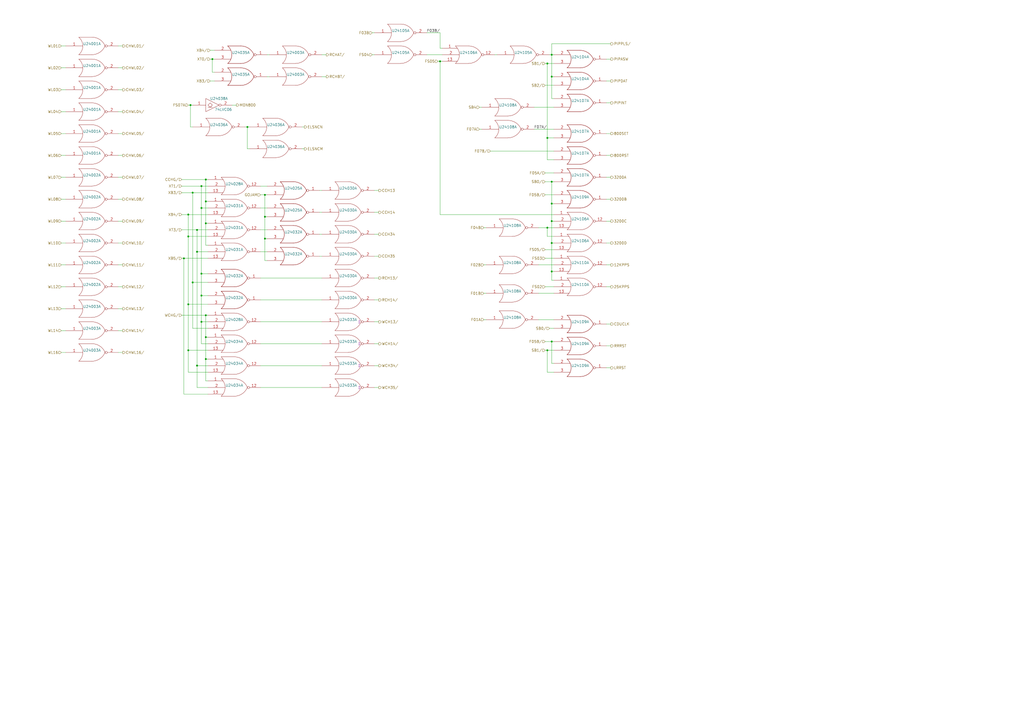
<source format=kicad_sch>
(kicad_sch (version 20211123) (generator eeschema)
  (paper "A2")
  (lib_symbols
    (symbol "agc_kicad_components:74HC02" (pin_names (offset 0.762))
      (property "Reference" "U" (at 0 1.27 0))
      (symbol "74HC02_1_1"
        (arc (start -7.62 -5.08) (mid -5.2708 0) (end -7.62 5.08) (stroke (width 0.2032)))
        (arc (start 0 -5.08) (mid 4.5812 -3.6906) (end 7.62 0) (stroke (width 0.2032)))
        (polyline (pts (xy -7.62 -5.08) (xy 0 -5.08)) (stroke (width 0.2032)))
        (polyline (pts (xy -7.62 5.08) (xy 0 5.08)) (stroke (width 0.2032)))
        (arc (start 7.62 0) (mid 4.5727 3.6819) (end 0 5.08) (stroke (width 0.2032)))
        (pin output inverted (at 15.24 0 180) (length 7.62) (name "~") (number "1"))
        (pin input line (at -15.24 2.54 0) (length 9.398) (name "~") (number "2"))
        (pin input line (at -15.24 -2.54 0) (length 9.398) (name "~") (number "3"))
      )
      (symbol "74HC02_2_1"
        (arc (start -7.62 -5.08) (mid -5.2708 0) (end -7.62 5.08) (stroke (width 0.2032)))
        (arc (start 0 -5.08) (mid 4.5812 -3.6906) (end 7.62 0) (stroke (width 0.2032)))
        (polyline (pts (xy -7.62 -5.08) (xy 0 -5.08)) (stroke (width 0.2032)))
        (polyline (pts (xy -7.62 5.08) (xy 0 5.08)) (stroke (width 0.2032)))
        (arc (start 7.62 0) (mid 4.5727 3.6819) (end 0 5.08) (stroke (width 0.2032)))
        (pin output inverted (at 15.24 0 180) (length 7.62) (name "~") (number "4"))
        (pin input line (at -15.24 2.54 0) (length 9.398) (name "~") (number "5"))
        (pin input line (at -15.24 -2.54 0) (length 9.398) (name "~") (number "6"))
      )
      (symbol "74HC02_3_1"
        (arc (start -7.62 -5.08) (mid -5.2708 0) (end -7.62 5.08) (stroke (width 0.2032)))
        (arc (start 0 -5.08) (mid 4.5812 -3.6906) (end 7.62 0) (stroke (width 0.2032)))
        (polyline (pts (xy -7.62 -5.08) (xy 0 -5.08)) (stroke (width 0.2032)))
        (polyline (pts (xy -7.62 5.08) (xy 0 5.08)) (stroke (width 0.2032)))
        (arc (start 7.62 0) (mid 4.5727 3.6819) (end 0 5.08) (stroke (width 0.2032)))
        (pin output inverted (at 15.24 0 180) (length 7.62) (name "~") (number "10"))
        (pin input line (at -15.24 2.54 0) (length 9.398) (name "~") (number "8"))
        (pin input line (at -15.24 -2.54 0) (length 9.398) (name "~") (number "9"))
      )
      (symbol "74HC02_4_1"
        (arc (start -7.62 -5.08) (mid -5.2708 0) (end -7.62 5.08) (stroke (width 0.2032)))
        (arc (start 0 -5.08) (mid 4.5812 -3.6906) (end 7.62 0) (stroke (width 0.2032)))
        (polyline (pts (xy -7.62 -5.08) (xy 0 -5.08)) (stroke (width 0.2032)))
        (polyline (pts (xy -7.62 5.08) (xy 0 5.08)) (stroke (width 0.2032)))
        (arc (start 7.62 0) (mid 4.5727 3.6819) (end 0 5.08) (stroke (width 0.2032)))
        (pin input line (at -15.24 2.54 0) (length 9.398) (name "~") (number "11"))
        (pin input line (at -15.24 -2.54 0) (length 9.398) (name "~") (number "12"))
        (pin output inverted (at 15.24 0 180) (length 7.62) (name "~") (number "13"))
      )
      (symbol "74HC02_5_0"
        (text "GND" (at 2.54 -3.81 0) (effects (font (size 0.9906 0.9906))))
        (text "VCC" (at 2.54 3.81 0) (effects (font (size 0.9906 0.9906))))
      )
      (symbol "74HC02_5_1"
        (rectangle (start -5.08 2.54) (end 5.08 -2.54))
        (pin power_in line (at 0 6.35 270) (length 3.81) (name "VCC") (number "14"))
        (pin power_in line (at 0 -6.35 90) (length 3.81) (name "GND") (number "7"))
      )
    )
    (symbol "agc_kicad_components:74HC04" (pin_names (offset 0.762))
      (property "Reference" "U" (at 0 1.27 0))
      (symbol "74HC04_1_1"
        (arc (start -7.62 -5.0292) (mid -5.3094 0.0082) (end -7.62 5.0546))
        (arc (start 0 -5.0546) (mid 4.5632 -3.6449) (end 7.5946 0.0508))
        (polyline (pts (xy -7.62 -5.08) (xy 0 -5.08)))
        (polyline (pts (xy -7.62 5.08) (xy 0 5.08)))
        (arc (start 7.62 0) (mid 4.6132 3.6946) (end 0.0508 5.08))
        (pin input line (at -15.24 0 0) (length 9.906) (name "~") (number "1"))
        (pin output inverted (at 15.24 0 180) (length 7.62) (name "~") (number "2"))
      )
      (symbol "74HC04_2_1"
        (arc (start -7.62 -5.0292) (mid -5.3094 0.0082) (end -7.62 5.0546))
        (arc (start 0 -5.0546) (mid 4.5632 -3.6449) (end 7.5946 0.0508))
        (polyline (pts (xy -7.62 -5.08) (xy 0 -5.08)))
        (polyline (pts (xy -7.62 5.08) (xy 0 5.08)))
        (arc (start 7.62 0) (mid 4.6132 3.6946) (end 0.0508 5.08))
        (pin input line (at -15.24 0 0) (length 9.906) (name "~") (number "3"))
        (pin output inverted (at 15.24 0 180) (length 7.62) (name "~") (number "4"))
      )
      (symbol "74HC04_3_1"
        (arc (start -7.62 -5.0292) (mid -5.3094 0.0082) (end -7.62 5.0546))
        (arc (start 0 -5.0546) (mid 4.5632 -3.6449) (end 7.5946 0.0508))
        (polyline (pts (xy -7.62 -5.08) (xy 0 -5.08)))
        (polyline (pts (xy -7.62 5.08) (xy 0 5.08)))
        (arc (start 7.62 0) (mid 4.6132 3.6946) (end 0.0508 5.08))
        (pin input line (at -15.24 0 0) (length 9.906) (name "~") (number "5"))
        (pin output inverted (at 15.24 0 180) (length 7.62) (name "~") (number "6"))
      )
      (symbol "74HC04_4_1"
        (arc (start -7.62 -5.0292) (mid -5.3094 0.0082) (end -7.62 5.0546))
        (arc (start 0 -5.0546) (mid 4.5632 -3.6449) (end 7.5946 0.0508))
        (polyline (pts (xy -7.62 -5.08) (xy 0 -5.08)))
        (polyline (pts (xy -7.62 5.08) (xy 0 5.08)))
        (arc (start 7.62 0) (mid 4.6132 3.6946) (end 0.0508 5.08))
        (pin output inverted (at 15.24 0 180) (length 7.62) (name "~") (number "8"))
        (pin input line (at -15.24 0 0) (length 9.906) (name "~") (number "9"))
      )
      (symbol "74HC04_5_1"
        (arc (start -7.62 -5.0292) (mid -5.3094 0.0082) (end -7.62 5.0546))
        (arc (start 0 -5.0546) (mid 4.5632 -3.6449) (end 7.5946 0.0508))
        (polyline (pts (xy -7.62 -5.08) (xy 0 -5.08)))
        (polyline (pts (xy -7.62 5.08) (xy 0 5.08)))
        (arc (start 7.62 0) (mid 4.6132 3.6946) (end 0.0508 5.08))
        (pin output inverted (at 15.24 0 180) (length 7.62) (name "~") (number "10"))
        (pin input line (at -15.24 0 0) (length 9.906) (name "~") (number "11"))
      )
      (symbol "74HC04_6_1"
        (arc (start -7.62 -5.0292) (mid -5.3094 0.0082) (end -7.62 5.0546))
        (arc (start 0 -5.0546) (mid 4.5632 -3.6449) (end 7.5946 0.0508))
        (polyline (pts (xy -7.62 -5.08) (xy 0 -5.08)))
        (polyline (pts (xy -7.62 5.08) (xy 0 5.08)))
        (arc (start 7.62 0) (mid 4.6132 3.6946) (end 0.0508 5.08))
        (pin output inverted (at 15.24 0 180) (length 7.62) (name "~") (number "12"))
        (pin input line (at -15.24 0 0) (length 9.906) (name "~") (number "13"))
      )
      (symbol "74HC04_7_0"
        (text "GND" (at 2.54 -3.81 0) (effects (font (size 0.9906 0.9906))))
        (text "VCC" (at 2.54 3.81 0) (effects (font (size 0.9906 0.9906))))
      )
      (symbol "74HC04_7_1"
        (rectangle (start -5.08 2.54) (end 5.08 -2.54))
        (pin power_in line (at 0 6.35 270) (length 3.81) (name "VCC") (number "14"))
        (pin power_in line (at 0 -6.35 90) (length 3.81) (name "GND") (number "7"))
      )
    )
    (symbol "agc_kicad_components:74HC27" (pin_names (offset 0.762))
      (property "Reference" "U" (at 0 1.27 0))
      (symbol "74HC27_1_1"
        (arc (start -7.62 -5.0292) (mid -5.3094 0.0082) (end -7.62 5.0546))
        (arc (start 0 -5.0546) (mid 4.5632 -3.6449) (end 7.5946 0.0508))
        (polyline (pts (xy -7.62 -5.08) (xy 0 -5.08)))
        (polyline (pts (xy -7.62 5.08) (xy 0 5.08)))
        (arc (start 7.62 0) (mid 4.6132 3.6946) (end 0.0508 5.08))
        (pin input line (at -15.24 3.81 0) (length 8.763) (name "~") (number "1"))
        (pin output inverted (at 15.24 0 180) (length 7.62) (name "~") (number "12"))
        (pin input line (at -15.24 -3.81 0) (length 8.763) (name "~") (number "13"))
        (pin input line (at -15.24 0 0) (length 9.906) (name "~") (number "2"))
      )
      (symbol "74HC27_2_1"
        (arc (start -7.62 -5.0292) (mid -5.3094 0.0082) (end -7.62 5.0546))
        (arc (start 0 -5.0546) (mid 4.5632 -3.6449) (end 7.5946 0.0508))
        (polyline (pts (xy -7.62 -5.08) (xy 0 -5.08)))
        (polyline (pts (xy -7.62 5.08) (xy 0 5.08)))
        (arc (start 7.62 0) (mid 4.6132 3.6946) (end 0.0508 5.08))
        (pin input line (at -15.24 3.81 0) (length 8.763) (name "~") (number "3"))
        (pin input line (at -15.24 0 0) (length 9.906) (name "~") (number "4"))
        (pin input line (at -15.24 -3.81 0) (length 8.763) (name "~") (number "5"))
        (pin output inverted (at 15.24 0 180) (length 7.62) (name "~") (number "6"))
      )
      (symbol "74HC27_3_1"
        (arc (start -7.62 -5.0292) (mid -5.3094 0.0082) (end -7.62 5.0546))
        (arc (start 0 -5.0546) (mid 4.5632 -3.6449) (end 7.5946 0.0508))
        (polyline (pts (xy -7.62 -5.08) (xy 0 -5.08)))
        (polyline (pts (xy -7.62 5.08) (xy 0 5.08)))
        (arc (start 7.62 0) (mid 4.6132 3.6946) (end 0.0508 5.08))
        (pin input line (at -15.24 0 0) (length 9.906) (name "~") (number "10"))
        (pin input line (at -15.24 -3.81 0) (length 8.763) (name "~") (number "11"))
        (pin output inverted (at 15.24 0 180) (length 7.62) (name "~") (number "8"))
        (pin input line (at -15.24 3.81 0) (length 8.763) (name "~") (number "9"))
      )
      (symbol "74HC27_4_0"
        (text "GND" (at 2.54 -3.81 0) (effects (font (size 0.9906 0.9906))))
        (text "VCC" (at 2.54 3.81 0) (effects (font (size 0.9906 0.9906))))
      )
      (symbol "74HC27_4_1"
        (rectangle (start -5.08 2.54) (end 5.08 -2.54))
        (pin power_in line (at 0 6.35 270) (length 3.81) (name "VCC") (number "14"))
        (pin power_in line (at 0 -6.35 90) (length 3.81) (name "GND") (number "7"))
      )
    )
    (symbol "agc_kicad_components:74LVC06" (pin_names (offset 0.762))
      (property "Reference" "U" (at 0 1.27 0))
      (symbol "74LVC06_1_0"
        (polyline (pts (xy -3.81 3.81) (xy -3.81 -3.81) (xy 3.81 0) (xy -3.81 3.81)))
      )
      (symbol "74LVC06_1_1"
        (polyline (pts (xy -2.54 -1.27) (xy 0 -1.27)))
        (polyline (pts (xy -1.27 1.27) (xy -2.54 0) (xy -1.27 -1.27) (xy 0 0) (xy -1.27 1.27)))
        (pin input line (at -11.43 0 0) (length 7.62) (name "~") (number "1"))
        (pin open_collector inverted (at 11.43 0 180) (length 7.62) (name "~") (number "2"))
      )
      (symbol "74LVC06_2_0"
        (polyline (pts (xy -3.81 3.81) (xy -3.81 -3.81) (xy 3.81 0) (xy -3.81 3.81)))
      )
      (symbol "74LVC06_2_1"
        (polyline (pts (xy -2.54 -1.27) (xy 0 -1.27)))
        (polyline (pts (xy -1.27 1.27) (xy -2.54 0) (xy -1.27 -1.27) (xy 0 0) (xy -1.27 1.27)))
        (pin input line (at -11.43 0 0) (length 7.62) (name "~") (number "3"))
        (pin open_collector inverted (at 11.43 0 180) (length 7.62) (name "~") (number "4"))
      )
      (symbol "74LVC06_3_0"
        (polyline (pts (xy -3.81 3.81) (xy -3.81 -3.81) (xy 3.81 0) (xy -3.81 3.81)))
      )
      (symbol "74LVC06_3_1"
        (polyline (pts (xy -2.54 -1.27) (xy 0 -1.27)))
        (polyline (pts (xy -1.27 1.27) (xy -2.54 0) (xy -1.27 -1.27) (xy 0 0) (xy -1.27 1.27)))
        (pin input line (at -11.43 0 0) (length 7.62) (name "~") (number "5"))
        (pin open_collector inverted (at 11.43 0 180) (length 7.62) (name "~") (number "6"))
      )
      (symbol "74LVC06_4_0"
        (polyline (pts (xy -3.81 3.81) (xy -3.81 -3.81) (xy 3.81 0) (xy -3.81 3.81)))
      )
      (symbol "74LVC06_4_1"
        (polyline (pts (xy -2.54 -1.27) (xy 0 -1.27)))
        (polyline (pts (xy -1.27 1.27) (xy -2.54 0) (xy -1.27 -1.27) (xy 0 0) (xy -1.27 1.27)))
        (pin open_collector inverted (at 11.43 0 180) (length 7.62) (name "~") (number "8"))
        (pin input line (at -11.43 0 0) (length 7.62) (name "~") (number "9"))
      )
      (symbol "74LVC06_5_0"
        (polyline (pts (xy -3.81 3.81) (xy -3.81 -3.81) (xy 3.81 0) (xy -3.81 3.81)))
      )
      (symbol "74LVC06_5_1"
        (polyline (pts (xy -2.54 -1.27) (xy 0 -1.27)))
        (polyline (pts (xy -1.27 1.27) (xy -2.54 0) (xy -1.27 -1.27) (xy 0 0) (xy -1.27 1.27)))
        (pin open_collector inverted (at 11.43 0 180) (length 7.62) (name "~") (number "10"))
        (pin input line (at -11.43 0 0) (length 7.62) (name "~") (number "11"))
      )
      (symbol "74LVC06_6_0"
        (polyline (pts (xy -3.81 3.81) (xy -3.81 -3.81) (xy 3.81 0) (xy -3.81 3.81)))
      )
      (symbol "74LVC06_6_1"
        (polyline (pts (xy -2.54 -1.27) (xy 0 -1.27)))
        (polyline (pts (xy -1.27 1.27) (xy -2.54 0) (xy -1.27 -1.27) (xy 0 0) (xy -1.27 1.27)))
        (pin open_collector inverted (at 11.43 0 180) (length 7.62) (name "~") (number "12"))
        (pin input line (at -11.43 0 0) (length 7.62) (name "~") (number "13"))
      )
      (symbol "74LVC06_7_0"
        (rectangle (start -5.08 2.54) (end 5.08 -2.54))
        (text "GND" (at 2.54 -3.81 0) (effects (font (size 0.9906 0.9906))))
        (text "VCC" (at 2.54 3.81 0) (effects (font (size 0.9906 0.9906))))
      )
      (symbol "74LVC06_7_1"
        (pin power_in line (at 0 6.35 270) (length 3.81) (name "VCC") (number "14"))
        (pin power_in line (at 0 -6.35 90) (length 3.81) (name "GND") (number "7"))
      )
    )
  )
  (junction (at 119.38 208.28))
  (junction (at 106.68 149.86))
  (junction (at 116.84 171.45))
  (junction (at 119.38 182.88))
  (junction (at 116.84 186.69))
  (junction (at 119.38 116.84))
  (junction (at 111.76 111.76))
  (junction (at 116.84 120.65))
  (junction (at 119.38 195.58))
  (junction (at 111.76 163.83))
  (junction (at 116.84 158.75))
  (junction (at 317.5 203.2))
  (junction (at 109.22 124.46))
  (junction (at 114.3 133.35))
  (junction (at 317.5 80.01))
  (junction (at 320.04 105.41))
  (junction (at 114.3 146.05))
  (junction (at 109.22 203.2))
  (junction (at 320.04 128.27))
  (junction (at 320.04 44.45))
  (junction (at 153.67 125.73))
  (junction (at 317.5 132.08))
  (junction (at 114.3 212.09))
  (junction (at 116.84 107.95))
  (junction (at 255.27 35.56))
  (junction (at 320.04 118.11))
  (junction (at 153.67 138.43))
  (junction (at 109.22 137.16))
  (junction (at 320.04 198.12))
  (junction (at 110.49 60.96))
  (junction (at 320.04 157.48))
  (junction (at 109.22 176.53))
  (junction (at 119.38 129.54))
  (junction (at 320.04 140.97))
  (junction (at 119.38 104.14))
  (junction (at 143.51 73.66))
  (junction (at 320.04 31.75))
  (junction (at 317.5 36.83))
  (junction (at 153.67 113.03))
  (junction (at 123.19 34.29))
  (wire (pts (xy 255.27 35.56) (xy 255.27 124.46)))
  (wire (pts (xy 35.56 90.17) (xy 38.1 90.17)))
  (wire (pts (xy 279.4 74.93) (xy 278.13 74.93)))
  (wire (pts (xy 35.56 179.07) (xy 38.1 179.07)))
  (wire (pts (xy 316.23 105.41) (xy 320.04 105.41)))
  (wire (pts (xy 124.46 46.99) (xy 121.92 46.99)))
  (wire (pts (xy 143.51 86.36) (xy 144.78 86.36)))
  (wire (pts (xy 71.12 128.27) (xy 68.58 128.27)))
  (wire (pts (xy 320.04 25.4) (xy 320.04 31.75)))
  (wire (pts (xy 186.69 199.39) (xy 151.13 199.39)))
  (wire (pts (xy 320.04 210.82) (xy 321.31 210.82)))
  (wire (pts (xy 109.22 176.53) (xy 120.65 176.53)))
  (wire (pts (xy 320.04 44.45) (xy 321.31 44.45)))
  (wire (pts (xy 217.17 224.79) (xy 219.71 224.79)))
  (wire (pts (xy 320.04 128.27) (xy 321.31 128.27)))
  (wire (pts (xy 71.12 102.87) (xy 68.58 102.87)))
  (wire (pts (xy 154.94 31.75) (xy 156.21 31.75)))
  (wire (pts (xy 116.84 158.75) (xy 116.84 171.45)))
  (wire (pts (xy 35.56 204.47) (xy 38.1 204.47)))
  (wire (pts (xy 317.5 203.2) (xy 321.31 203.2)))
  (wire (pts (xy 119.38 129.54) (xy 119.38 142.24)))
  (wire (pts (xy 321.31 137.16) (xy 317.5 137.16)))
  (wire (pts (xy 142.24 73.66) (xy 143.51 73.66)))
  (wire (pts (xy 217.17 186.69) (xy 219.71 186.69)))
  (wire (pts (xy 186.69 135.89) (xy 185.42 135.89)))
  (wire (pts (xy 111.76 111.76) (xy 111.76 163.83)))
  (wire (pts (xy 151.13 146.05) (xy 154.94 146.05)))
  (wire (pts (xy 114.3 224.79) (xy 120.65 224.79)))
  (wire (pts (xy 320.04 198.12) (xy 321.31 198.12)))
  (wire (pts (xy 114.3 133.35) (xy 120.65 133.35)))
  (wire (pts (xy 176.53 73.66) (xy 175.26 73.66)))
  (wire (pts (xy 254 35.56) (xy 255.27 35.56)))
  (wire (pts (xy 281.94 170.18) (xy 280.67 170.18)))
  (wire (pts (xy 119.38 129.54) (xy 120.65 129.54)))
  (wire (pts (xy 351.79 140.97) (xy 354.33 140.97)))
  (wire (pts (xy 109.22 60.96) (xy 110.49 60.96)))
  (wire (pts (xy 255.27 27.94) (xy 256.54 27.94)))
  (wire (pts (xy 317.5 36.83) (xy 321.31 36.83)))
  (wire (pts (xy 109.22 203.2) (xy 120.65 203.2)))
  (wire (pts (xy 71.12 26.67) (xy 68.58 26.67)))
  (wire (pts (xy 71.12 39.37) (xy 68.58 39.37)))
  (wire (pts (xy 317.5 132.08) (xy 321.31 132.08)))
  (wire (pts (xy 110.49 60.96) (xy 110.49 73.66)))
  (wire (pts (xy 35.56 64.77) (xy 38.1 64.77)))
  (wire (pts (xy 119.38 182.88) (xy 120.65 182.88)))
  (wire (pts (xy 189.23 44.45) (xy 186.69 44.45)))
  (wire (pts (xy 154.94 44.45) (xy 156.21 44.45)))
  (wire (pts (xy 116.84 186.69) (xy 120.65 186.69)))
  (wire (pts (xy 312.42 185.42) (xy 321.31 185.42)))
  (wire (pts (xy 154.94 125.73) (xy 153.67 125.73)))
  (wire (pts (xy 111.76 163.83) (xy 111.76 190.5)))
  (wire (pts (xy 106.68 149.86) (xy 120.65 149.86)))
  (wire (pts (xy 255.27 35.56) (xy 256.54 35.56)))
  (wire (pts (xy 71.12 90.17) (xy 68.58 90.17)))
  (wire (pts (xy 106.68 149.86) (xy 106.68 228.6)))
  (wire (pts (xy 317.5 80.01) (xy 321.31 80.01)))
  (wire (pts (xy 114.3 146.05) (xy 114.3 212.09)))
  (wire (pts (xy 119.38 104.14) (xy 120.65 104.14)))
  (wire (pts (xy 116.84 158.75) (xy 120.65 158.75)))
  (wire (pts (xy 105.41 104.14) (xy 119.38 104.14)))
  (wire (pts (xy 320.04 25.4) (xy 354.33 25.4)))
  (wire (pts (xy 105.41 107.95) (xy 116.84 107.95)))
  (wire (pts (xy 153.67 151.13) (xy 154.94 151.13)))
  (wire (pts (xy 186.69 173.99) (xy 151.13 173.99)))
  (wire (pts (xy 320.04 162.56) (xy 321.31 162.56)))
  (wire (pts (xy 137.16 60.96) (xy 134.62 60.96)))
  (wire (pts (xy 35.56 26.67) (xy 38.1 26.67)))
  (wire (pts (xy 320.04 128.27) (xy 320.04 140.97)))
  (wire (pts (xy 109.22 124.46) (xy 109.22 137.16)))
  (wire (pts (xy 317.5 36.83) (xy 317.5 80.01)))
  (wire (pts (xy 109.22 137.16) (xy 120.65 137.16)))
  (wire (pts (xy 281.94 153.67) (xy 280.67 153.67)))
  (wire (pts (xy 114.3 133.35) (xy 114.3 146.05)))
  (wire (pts (xy 320.04 140.97) (xy 320.04 157.48)))
  (wire (pts (xy 151.13 133.35) (xy 154.94 133.35)))
  (wire (pts (xy 111.76 190.5) (xy 120.65 190.5)))
  (wire (pts (xy 321.31 149.86) (xy 316.23 149.86)))
  (wire (pts (xy 111.76 111.76) (xy 120.65 111.76)))
  (wire (pts (xy 317.5 203.2) (xy 317.5 215.9)))
  (wire (pts (xy 219.71 148.59) (xy 217.17 148.59)))
  (wire (pts (xy 217.17 212.09) (xy 219.71 212.09)))
  (wire (pts (xy 71.12 204.47) (xy 68.58 204.47)))
  (wire (pts (xy 186.69 186.69) (xy 151.13 186.69)))
  (wire (pts (xy 321.31 100.33) (xy 316.23 100.33)))
  (wire (pts (xy 186.69 148.59) (xy 185.42 148.59)))
  (wire (pts (xy 351.79 77.47) (xy 354.33 77.47)))
  (wire (pts (xy 186.69 161.29) (xy 151.13 161.29)))
  (wire (pts (xy 105.41 124.46) (xy 109.22 124.46)))
  (wire (pts (xy 320.04 118.11) (xy 321.31 118.11)))
  (wire (pts (xy 109.22 215.9) (xy 120.65 215.9)))
  (wire (pts (xy 279.4 62.23) (xy 278.13 62.23)))
  (wire (pts (xy 119.38 182.88) (xy 119.38 195.58)))
  (wire (pts (xy 114.3 146.05) (xy 120.65 146.05)))
  (wire (pts (xy 153.67 138.43) (xy 154.94 138.43)))
  (wire (pts (xy 114.3 212.09) (xy 120.65 212.09)))
  (wire (pts (xy 219.71 135.89) (xy 217.17 135.89)))
  (wire (pts (xy 153.67 125.73) (xy 153.67 138.43)))
  (wire (pts (xy 215.9 19.05) (xy 217.17 19.05)))
  (wire (pts (xy 119.38 116.84) (xy 119.38 129.54)))
  (wire (pts (xy 35.56 39.37) (xy 38.1 39.37)))
  (wire (pts (xy 71.12 115.57) (xy 68.58 115.57)))
  (wire (pts (xy 281.94 132.08) (xy 280.67 132.08)))
  (wire (pts (xy 114.3 212.09) (xy 114.3 224.79)))
  (wire (pts (xy 351.79 34.29) (xy 354.33 34.29)))
  (wire (pts (xy 317.5 92.71) (xy 321.31 92.71)))
  (wire (pts (xy 124.46 29.21) (xy 121.92 29.21)))
  (wire (pts (xy 316.23 203.2) (xy 317.5 203.2)))
  (wire (pts (xy 123.19 41.91) (xy 124.46 41.91)))
  (wire (pts (xy 105.41 111.76) (xy 111.76 111.76)))
  (wire (pts (xy 119.38 104.14) (xy 119.38 116.84)))
  (wire (pts (xy 110.49 73.66) (xy 111.76 73.66)))
  (wire (pts (xy 35.56 166.37) (xy 38.1 166.37)))
  (wire (pts (xy 35.56 140.97) (xy 38.1 140.97)))
  (wire (pts (xy 351.79 187.96) (xy 354.33 187.96)))
  (wire (pts (xy 116.84 120.65) (xy 120.65 120.65)))
  (wire (pts (xy 351.79 90.17) (xy 354.33 90.17)))
  (wire (pts (xy 71.12 166.37) (xy 68.58 166.37)))
  (wire (pts (xy 186.69 123.19) (xy 185.42 123.19)))
  (wire (pts (xy 351.79 46.99) (xy 354.33 46.99)))
  (wire (pts (xy 116.84 107.95) (xy 116.84 120.65)))
  (wire (pts (xy 35.56 77.47) (xy 38.1 77.47)))
  (wire (pts (xy 71.12 52.07) (xy 68.58 52.07)))
  (wire (pts (xy 316.23 198.12) (xy 320.04 198.12)))
  (wire (pts (xy 316.23 36.83) (xy 317.5 36.83)))
  (wire (pts (xy 320.04 44.45) (xy 320.04 57.15)))
  (wire (pts (xy 351.79 153.67) (xy 354.33 153.67)))
  (wire (pts (xy 123.19 34.29) (xy 123.19 41.91)))
  (wire (pts (xy 71.12 179.07) (xy 68.58 179.07)))
  (wire (pts (xy 119.38 195.58) (xy 119.38 208.28)))
  (wire (pts (xy 320.04 118.11) (xy 320.04 128.27)))
  (wire (pts (xy 143.51 86.36) (xy 143.51 73.66)))
  (wire (pts (xy 247.65 31.75) (xy 256.54 31.75)))
  (wire (pts (xy 321.31 49.53) (xy 316.23 49.53)))
  (wire (pts (xy 320.04 31.75) (xy 321.31 31.75)))
  (wire (pts (xy 351.79 59.69) (xy 354.33 59.69)))
  (wire (pts (xy 176.53 86.36) (xy 175.26 86.36)))
  (wire (pts (xy 309.88 62.23) (xy 321.31 62.23)))
  (wire (pts (xy 186.69 110.49) (xy 185.42 110.49)))
  (wire (pts (xy 186.69 212.09) (xy 151.13 212.09)))
  (wire (pts (xy 109.22 137.16) (xy 109.22 176.53)))
  (wire (pts (xy 320.04 157.48) (xy 321.31 157.48)))
  (wire (pts (xy 317.5 80.01) (xy 317.5 92.71)))
  (wire (pts (xy 105.41 133.35) (xy 114.3 133.35)))
  (wire (pts (xy 71.12 140.97) (xy 68.58 140.97)))
  (wire (pts (xy 71.12 191.77) (xy 68.58 191.77)))
  (wire (pts (xy 312.42 153.67) (xy 321.31 153.67)))
  (wire (pts (xy 320.04 140.97) (xy 321.31 140.97)))
  (wire (pts (xy 321.31 166.37) (xy 316.23 166.37)))
  (wire (pts (xy 255.27 19.05) (xy 255.27 27.94)))
  (wire (pts (xy 109.22 176.53) (xy 109.22 203.2)))
  (wire (pts (xy 309.88 74.93) (xy 321.31 74.93)))
  (wire (pts (xy 219.71 110.49) (xy 217.17 110.49)))
  (wire (pts (xy 105.41 149.86) (xy 106.68 149.86)))
  (wire (pts (xy 109.22 203.2) (xy 109.22 215.9)))
  (wire (pts (xy 321.31 113.03) (xy 316.23 113.03)))
  (wire (pts (xy 121.92 34.29) (xy 123.19 34.29)))
  (wire (pts (xy 151.13 120.65) (xy 154.94 120.65)))
  (wire (pts (xy 35.56 102.87) (xy 38.1 102.87)))
  (wire (pts (xy 119.38 208.28) (xy 120.65 208.28)))
  (wire (pts (xy 351.79 102.87) (xy 354.33 102.87)))
  (wire (pts (xy 351.79 115.57) (xy 354.33 115.57)))
  (wire (pts (xy 217.17 161.29) (xy 219.71 161.29)))
  (wire (pts (xy 321.31 144.78) (xy 316.23 144.78)))
  (wire (pts (xy 320.04 31.75) (xy 320.04 44.45)))
  (wire (pts (xy 320.04 105.41) (xy 320.04 118.11)))
  (wire (pts (xy 312.42 170.18) (xy 321.31 170.18)))
  (wire (pts (xy 217.17 199.39) (xy 219.71 199.39)))
  (wire (pts (xy 217.17 173.99) (xy 219.71 173.99)))
  (wire (pts (xy 287.02 31.75) (xy 288.29 31.75)))
  (wire (pts (xy 318.77 31.75) (xy 320.04 31.75)))
  (wire (pts (xy 116.84 171.45) (xy 116.84 186.69)))
  (wire (pts (xy 116.84 186.69) (xy 116.84 199.39)))
  (wire (pts (xy 215.9 31.75) (xy 217.17 31.75)))
  (wire (pts (xy 35.56 191.77) (xy 38.1 191.77)))
  (wire (pts (xy 351.79 166.37) (xy 354.33 166.37)))
  (wire (pts (xy 153.67 138.43) (xy 153.67 151.13)))
  (wire (pts (xy 153.67 113.03) (xy 153.67 125.73)))
  (wire (pts (xy 119.38 116.84) (xy 120.65 116.84)))
  (wire (pts (xy 219.71 123.19) (xy 217.17 123.19)))
  (wire (pts (xy 321.31 190.5) (xy 318.77 190.5)))
  (wire (pts (xy 123.19 34.29) (xy 124.46 34.29)))
  (wire (pts (xy 71.12 77.47) (xy 68.58 77.47)))
  (wire (pts (xy 351.79 128.27) (xy 354.33 128.27)))
  (wire (pts (xy 119.38 195.58) (xy 120.65 195.58)))
  (wire (pts (xy 35.56 52.07) (xy 38.1 52.07)))
  (wire (pts (xy 153.67 113.03) (xy 154.94 113.03)))
  (wire (pts (xy 151.13 113.03) (xy 153.67 113.03)))
  (wire (pts (xy 71.12 64.77) (xy 68.58 64.77)))
  (wire (pts (xy 351.79 200.66) (xy 354.33 200.66)))
  (wire (pts (xy 116.84 120.65) (xy 116.84 158.75)))
  (wire (pts (xy 186.69 224.79) (xy 151.13 224.79)))
  (wire (pts (xy 320.04 57.15) (xy 321.31 57.15)))
  (wire (pts (xy 119.38 208.28) (xy 119.38 220.98)))
  (wire (pts (xy 143.51 73.66) (xy 144.78 73.66)))
  (wire (pts (xy 320.04 198.12) (xy 320.04 210.82)))
  (wire (pts (xy 116.84 107.95) (xy 120.65 107.95)))
  (wire (pts (xy 106.68 228.6) (xy 120.65 228.6)))
  (wire (pts (xy 321.31 87.63) (xy 284.48 87.63)))
  (wire (pts (xy 151.13 107.95) (xy 154.94 107.95)))
  (wire (pts (xy 351.79 213.36) (xy 354.33 213.36)))
  (wire (pts (xy 119.38 142.24) (xy 120.65 142.24)))
  (wire (pts (xy 317.5 137.16) (xy 317.5 132.08)))
  (wire (pts (xy 116.84 199.39) (xy 120.65 199.39)))
  (wire (pts (xy 189.23 31.75) (xy 186.69 31.75)))
  (wire (pts (xy 71.12 153.67) (xy 68.58 153.67)))
  (wire (pts (xy 247.65 19.05) (xy 255.27 19.05)))
  (wire (pts (xy 105.41 182.88) (xy 119.38 182.88)))
  (wire (pts (xy 119.38 220.98) (xy 120.65 220.98)))
  (wire (pts (xy 109.22 124.46) (xy 120.65 124.46)))
  (wire (pts (xy 255.27 124.46) (xy 321.31 124.46)))
  (wire (pts (xy 317.5 215.9) (xy 321.31 215.9)))
  (wire (pts (xy 35.56 115.57) (xy 38.1 115.57)))
  (wire (pts (xy 320.04 105.41) (xy 321.31 105.41)))
  (wire (pts (xy 110.49 60.96) (xy 111.76 60.96)))
  (wire (pts (xy 281.94 185.42) (xy 280.67 185.42)))
  (wire (pts (xy 116.84 171.45) (xy 120.65 171.45)))
  (wire (pts (xy 35.56 153.67) (xy 38.1 153.67)))
  (wire (pts (xy 320.04 157.48) (xy 320.04 162.56)))
  (wire (pts (xy 35.56 128.27) (xy 38.1 128.27)))
  (wire (pts (xy 111.76 163.83) (xy 120.65 163.83)))
  (wire (pts (xy 312.42 132.08) (xy 317.5 132.08)))
  (label "F03B/" (at 247.65 19.05 0) (effects (font (size 1.524 1.524))))
  (label "F07A/" (at 309.88 74.93 0) (effects (font (size 1.524 1.524))))
  (hierarchical_label "WL13" (shape input) (at 35.56 179.07 180) (effects (font (size 1.524 1.524))))
  (hierarchical_label "12KPPS" (shape output) (at 354.33 153.67 0) (effects (font (size 1.524 1.524))))
  (hierarchical_label "CCH14" (shape output) (at 219.71 123.19 0) (effects (font (size 1.524 1.524))))
  (hierarchical_label "CHWL12/" (shape output) (at 71.12 166.37 0) (effects (font (size 1.524 1.524))))
  (hierarchical_label "WCHG/" (shape input) (at 105.41 182.88 180) (effects (font (size 1.524 1.524))))
  (hierarchical_label "CHWL03/" (shape output) (at 71.12 52.07 0) (effects (font (size 1.524 1.524))))
  (hierarchical_label "WL07" (shape input) (at 35.56 102.87 180) (effects (font (size 1.524 1.524))))
  (hierarchical_label "CDUCLK" (shape output) (at 354.33 187.96 0) (effects (font (size 1.524 1.524))))
  (hierarchical_label "CHWL09/" (shape output) (at 71.12 128.27 0) (effects (font (size 1.524 1.524))))
  (hierarchical_label "F05B/" (shape input) (at 316.23 198.12 180) (effects (font (size 1.524 1.524))))
  (hierarchical_label "WL04" (shape input) (at 35.56 64.77 180) (effects (font (size 1.524 1.524))))
  (hierarchical_label "F07B/" (shape input) (at 284.48 87.63 180) (effects (font (size 1.524 1.524))))
  (hierarchical_label "800RST" (shape output) (at 354.33 90.17 0) (effects (font (size 1.524 1.524))))
  (hierarchical_label "WL12" (shape input) (at 35.56 166.37 180) (effects (font (size 1.524 1.524))))
  (hierarchical_label "CHWL13/" (shape output) (at 71.12 179.07 0) (effects (font (size 1.524 1.524))))
  (hierarchical_label "25KPPS" (shape output) (at 354.33 166.37 0) (effects (font (size 1.524 1.524))))
  (hierarchical_label "CHWL11/" (shape output) (at 71.12 153.67 0) (effects (font (size 1.524 1.524))))
  (hierarchical_label "FS05" (shape input) (at 254 35.56 180) (effects (font (size 1.524 1.524))))
  (hierarchical_label "ELSNCN" (shape output) (at 176.53 73.66 0) (effects (font (size 1.524 1.524))))
  (hierarchical_label "CHWL04/" (shape output) (at 71.12 64.77 0) (effects (font (size 1.524 1.524))))
  (hierarchical_label "CCH13" (shape output) (at 219.71 110.49 0) (effects (font (size 1.524 1.524))))
  (hierarchical_label "XB3/" (shape input) (at 121.92 46.99 180) (effects (font (size 1.524 1.524))))
  (hierarchical_label "F01A" (shape input) (at 280.67 185.42 180) (effects (font (size 1.524 1.524))))
  (hierarchical_label "WL06" (shape input) (at 35.56 90.17 180) (effects (font (size 1.524 1.524))))
  (hierarchical_label "CHWL01/" (shape output) (at 71.12 26.67 0) (effects (font (size 1.524 1.524))))
  (hierarchical_label "SB1/" (shape input) (at 316.23 203.2 180) (effects (font (size 1.524 1.524))))
  (hierarchical_label "WL09" (shape input) (at 35.56 128.27 180) (effects (font (size 1.524 1.524))))
  (hierarchical_label "FS03" (shape input) (at 316.23 149.86 180) (effects (font (size 1.524 1.524))))
  (hierarchical_label "SB0/" (shape input) (at 318.77 190.5 180) (effects (font (size 1.524 1.524))))
  (hierarchical_label "SB2/" (shape input) (at 316.23 49.53 180) (effects (font (size 1.524 1.524))))
  (hierarchical_label "3200A" (shape output) (at 354.33 102.87 0) (effects (font (size 1.524 1.524))))
  (hierarchical_label "SB1/" (shape input) (at 316.23 36.83 180) (effects (font (size 1.524 1.524))))
  (hierarchical_label "CHWL14/" (shape output) (at 71.12 191.77 0) (effects (font (size 1.524 1.524))))
  (hierarchical_label "XT1/" (shape input) (at 105.41 107.95 180) (effects (font (size 1.524 1.524))))
  (hierarchical_label "XT3/" (shape input) (at 105.41 133.35 180) (effects (font (size 1.524 1.524))))
  (hierarchical_label "ELSNCM" (shape output) (at 176.53 86.36 0) (effects (font (size 1.524 1.524))))
  (hierarchical_label "F05B/" (shape input) (at 316.23 113.03 180) (effects (font (size 1.524 1.524))))
  (hierarchical_label "F01B" (shape input) (at 280.67 170.18 180) (effects (font (size 1.524 1.524))))
  (hierarchical_label "RCH13/" (shape output) (at 219.71 161.29 0) (effects (font (size 1.524 1.524))))
  (hierarchical_label "XB4/" (shape input) (at 121.92 29.21 180) (effects (font (size 1.524 1.524))))
  (hierarchical_label "WL10" (shape input) (at 35.56 140.97 180) (effects (font (size 1.524 1.524))))
  (hierarchical_label "WL03" (shape input) (at 35.56 52.07 180) (effects (font (size 1.524 1.524))))
  (hierarchical_label "RCHAT/" (shape output) (at 189.23 31.75 0) (effects (font (size 1.524 1.524))))
  (hierarchical_label "SB0/" (shape input) (at 316.23 105.41 180) (effects (font (size 1.524 1.524))))
  (hierarchical_label "800SET" (shape output) (at 354.33 77.47 0) (effects (font (size 1.524 1.524))))
  (hierarchical_label "CHWL10/" (shape output) (at 71.12 140.97 0) (effects (font (size 1.524 1.524))))
  (hierarchical_label "WL14" (shape input) (at 35.56 191.77 180) (effects (font (size 1.524 1.524))))
  (hierarchical_label "CHWL02/" (shape output) (at 71.12 39.37 0) (effects (font (size 1.524 1.524))))
  (hierarchical_label "3200D" (shape output) (at 354.33 140.97 0) (effects (font (size 1.524 1.524))))
  (hierarchical_label "XB5/" (shape input) (at 105.41 149.86 180) (effects (font (size 1.524 1.524))))
  (hierarchical_label "PIPDAT" (shape output) (at 354.33 46.99 0) (effects (font (size 1.524 1.524))))
  (hierarchical_label "PIPPLS/" (shape output) (at 354.33 25.4 0) (effects (font (size 1.524 1.524))))
  (hierarchical_label "WCH13/" (shape output) (at 219.71 186.69 0) (effects (font (size 1.524 1.524))))
  (hierarchical_label "CHWL06/" (shape output) (at 71.12 90.17 0) (effects (font (size 1.524 1.524))))
  (hierarchical_label "CCH34" (shape output) (at 219.71 135.89 0) (effects (font (size 1.524 1.524))))
  (hierarchical_label "FS05/" (shape input) (at 316.23 144.78 180) (effects (font (size 1.524 1.524))))
  (hierarchical_label "LRRST" (shape output) (at 354.33 213.36 0) (effects (font (size 1.524 1.524))))
  (hierarchical_label "FS07A" (shape input) (at 109.22 60.96 180) (effects (font (size 1.524 1.524))))
  (hierarchical_label "WL05" (shape input) (at 35.56 77.47 180) (effects (font (size 1.524 1.524))))
  (hierarchical_label "CHWL05/" (shape output) (at 71.12 77.47 0) (effects (font (size 1.524 1.524))))
  (hierarchical_label "FS04" (shape input) (at 215.9 31.75 180) (effects (font (size 1.524 1.524))))
  (hierarchical_label "CCH35" (shape output) (at 219.71 148.59 0) (effects (font (size 1.524 1.524))))
  (hierarchical_label "CHWL16/" (shape output) (at 71.12 204.47 0) (effects (font (size 1.524 1.524))))
  (hierarchical_label "XT0/" (shape input) (at 121.92 34.29 180) (effects (font (size 1.524 1.524))))
  (hierarchical_label "F04B" (shape input) (at 280.67 132.08 180) (effects (font (size 1.524 1.524))))
  (hierarchical_label "WL02" (shape input) (at 35.56 39.37 180) (effects (font (size 1.524 1.524))))
  (hierarchical_label "CCHG/" (shape input) (at 105.41 104.14 180) (effects (font (size 1.524 1.524))))
  (hierarchical_label "WL11" (shape input) (at 35.56 153.67 180) (effects (font (size 1.524 1.524))))
  (hierarchical_label "3200B" (shape output) (at 354.33 115.57 0) (effects (font (size 1.524 1.524))))
  (hierarchical_label "WL16" (shape input) (at 35.56 204.47 180) (effects (font (size 1.524 1.524))))
  (hierarchical_label "MON800" (shape output) (at 137.16 60.96 0) (effects (font (size 1.524 1.524))))
  (hierarchical_label "CHWL07/" (shape output) (at 71.12 102.87 0) (effects (font (size 1.524 1.524))))
  (hierarchical_label "RCHBT/" (shape output) (at 189.23 44.45 0) (effects (font (size 1.524 1.524))))
  (hierarchical_label "GOJAM" (shape input) (at 151.13 113.03 180) (effects (font (size 1.524 1.524))))
  (hierarchical_label "PIPINT" (shape output) (at 354.33 59.69 0) (effects (font (size 1.524 1.524))))
  (hierarchical_label "WL08" (shape input) (at 35.56 115.57 180) (effects (font (size 1.524 1.524))))
  (hierarchical_label "F02B" (shape input) (at 280.67 153.67 180) (effects (font (size 1.524 1.524))))
  (hierarchical_label "PIPASW" (shape output) (at 354.33 34.29 0) (effects (font (size 1.524 1.524))))
  (hierarchical_label "CHWL08/" (shape output) (at 71.12 115.57 0) (effects (font (size 1.524 1.524))))
  (hierarchical_label "FS02" (shape input) (at 316.23 166.37 180) (effects (font (size 1.524 1.524))))
  (hierarchical_label "WCH35/" (shape output) (at 219.71 224.79 0) (effects (font (size 1.524 1.524))))
  (hierarchical_label "XB4/" (shape input) (at 105.41 124.46 180) (effects (font (size 1.524 1.524))))
  (hierarchical_label "WCH34/" (shape output) (at 219.71 212.09 0) (effects (font (size 1.524 1.524))))
  (hierarchical_label "RRRST" (shape output) (at 354.33 200.66 0) (effects (font (size 1.524 1.524))))
  (hierarchical_label "F03B" (shape input) (at 215.9 19.05 180) (effects (font (size 1.524 1.524))))
  (hierarchical_label "WL01" (shape input) (at 35.56 26.67 180) (effects (font (size 1.524 1.524))))
  (hierarchical_label "SB4" (shape input) (at 278.13 62.23 180) (effects (font (size 1.524 1.524))))
  (hierarchical_label "F05A/" (shape input) (at 316.23 100.33 180) (effects (font (size 1.524 1.524))))
  (hierarchical_label "F07A" (shape input) (at 278.13 74.93 180) (effects (font (size 1.524 1.524))))
  (hierarchical_label "WCH14/" (shape output) (at 219.71 199.39 0) (effects (font (size 1.524 1.524))))
  (hierarchical_label "XB3/" (shape input) (at 105.41 111.76 180) (effects (font (size 1.524 1.524))))
  (hierarchical_label "RCH14/" (shape output) (at 219.71 173.99 0) (effects (font (size 1.524 1.524))))
  (hierarchical_label "3200C" (shape output) (at 354.33 128.27 0) (effects (font (size 1.524 1.524))))
  (symbol (lib_id "agc_kicad_components:74HC04") (at 53.34 26.67 0)
    (property "Reference" "U24001" (at 53.34 25.4 0) (effects (font (size 1.524 1.524))))
    (property "Value" "74HC04" (effects hide))
  )
  (symbol (lib_id "agc_kicad_components:74HC04") (at 53.34 39.37 0)
    (property "Reference" "U24001" (at 53.34 38.1 0) (effects (font (size 1.524 1.524))))
    (property "Value" "74HC04" (effects hide))
  )
  (symbol (lib_id "agc_kicad_components:74HC04") (at 53.34 52.07 0)
    (property "Reference" "U24001" (at 53.34 50.8 0) (effects (font (size 1.524 1.524))))
    (property "Value" "74HC04" (effects hide))
  )
  (symbol (lib_id "agc_kicad_components:74HC04") (at 53.34 64.77 0)
    (property "Reference" "U24001" (at 53.34 63.5 0) (effects (font (size 1.524 1.524))))
    (property "Value" "74HC04" (effects hide))
  )
  (symbol (lib_id "agc_kicad_components:74HC04") (at 53.34 77.47 0)
    (property "Reference" "U24001" (at 53.34 76.2 0) (effects (font (size 1.524 1.524))))
    (property "Value" "74HC04" (effects hide))
  )
  (symbol (lib_id "agc_kicad_components:74HC04") (at 53.34 90.17 0)
    (property "Reference" "U24001" (at 53.34 88.9 0) (effects (font (size 1.524 1.524))))
    (property "Value" "74HC04" (effects hide))
  )
  (symbol (lib_id "agc_kicad_components:74HC04") (at 53.34 102.87 0)
    (property "Reference" "U24002" (at 53.34 101.6 0) (effects (font (size 1.524 1.524))))
    (property "Value" "74HC04" (effects hide))
  )
  (symbol (lib_id "agc_kicad_components:74HC04") (at 53.34 115.57 0)
    (property "Reference" "U24002" (at 53.34 114.3 0) (effects (font (size 1.524 1.524))))
    (property "Value" "74HC04" (effects hide))
  )
  (symbol (lib_id "agc_kicad_components:74HC04") (at 53.34 128.27 0)
    (property "Reference" "U24002" (at 53.34 127 0) (effects (font (size 1.524 1.524))))
    (property "Value" "74HC04" (effects hide))
  )
  (symbol (lib_id "agc_kicad_components:74HC04") (at 53.34 140.97 0)
    (property "Reference" "U24002" (at 53.34 139.7 0) (effects (font (size 1.524 1.524))))
    (property "Value" "74HC04" (effects hide))
  )
  (symbol (lib_id "agc_kicad_components:74HC04") (at 53.34 153.67 0)
    (property "Reference" "U24002" (at 53.34 152.4 0) (effects (font (size 1.524 1.524))))
    (property "Value" "74HC04" (effects hide))
  )
  (symbol (lib_id "agc_kicad_components:74HC04") (at 53.34 166.37 0)
    (property "Reference" "U24002" (at 53.34 165.1 0) (effects (font (size 1.524 1.524))))
    (property "Value" "74HC04" (effects hide))
  )
  (symbol (lib_id "agc_kicad_components:74HC04") (at 53.34 179.07 0)
    (property "Reference" "U24003" (at 53.34 177.8 0) (effects (font (size 1.524 1.524))))
    (property "Value" "74HC04" (effects hide))
  )
  (symbol (lib_id "agc_kicad_components:74HC04") (at 53.34 191.77 0)
    (property "Reference" "U24003" (at 53.34 190.5 0) (effects (font (size 1.524 1.524))))
    (property "Value" "74HC04" (effects hide))
  )
  (symbol (lib_id "agc_kicad_components:74HC04") (at 53.34 204.47 0)
    (property "Reference" "U24003" (at 53.34 203.2 0) (effects (font (size 1.524 1.524))))
    (property "Value" "74HC04" (effects hide))
  )
  (symbol (lib_id "agc_kicad_components:74HC02") (at 139.7 31.75 0)
    (property "Reference" "U24035" (at 139.7 30.48 0) (effects (font (size 1.524 1.524))))
    (property "Value" "74HC02" (effects hide))
  )
  (symbol (lib_id "agc_kicad_components:74HC02") (at 139.7 44.45 0)
    (property "Reference" "U24035" (at 139.7 43.18 0) (effects (font (size 1.524 1.524))))
    (property "Value" "74HC02" (effects hide))
  )
  (symbol (lib_id "agc_kicad_components:74HC04") (at 171.45 31.75 0)
    (property "Reference" "U24003" (at 171.45 30.48 0) (effects (font (size 1.524 1.524))))
    (property "Value" "74HC04" (effects hide))
  )
  (symbol (lib_id "agc_kicad_components:74HC04") (at 171.45 44.45 0)
    (property "Reference" "U24003" (at 171.45 43.18 0) (effects (font (size 1.524 1.524))))
    (property "Value" "74HC04" (effects hide))
  )
  (symbol (lib_id "agc_kicad_components:74HC04") (at 127 73.66 0)
    (property "Reference" "U24036" (at 127 72.39 0) (effects (font (size 1.524 1.524))))
    (property "Value" "74HC04" (effects hide))
  )
  (symbol (lib_id "agc_kicad_components:74HC04") (at 160.02 73.66 0)
    (property "Reference" "U24036" (at 160.02 72.39 0) (effects (font (size 1.524 1.524))))
    (property "Value" "74HC04" (effects hide))
  )
  (symbol (lib_id "agc_kicad_components:74HC04") (at 160.02 86.36 0)
    (property "Reference" "U24036" (at 160.02 85.09 0) (effects (font (size 1.524 1.524))))
    (property "Value" "74HC04" (effects hide))
  )
  (symbol (lib_id "agc_kicad_components:74HC04") (at 232.41 31.75 0)
    (property "Reference" "U24105" (at 232.41 30.48 0) (effects (font (size 1.524 1.524))))
    (property "Value" "74HC04" (effects hide))
  )
  (symbol (lib_id "agc_kicad_components:74HC04") (at 232.41 19.05 0)
    (property "Reference" "U24105" (at 232.41 17.78 0) (effects (font (size 1.524 1.524))))
    (property "Value" "74HC04" (effects hide))
  )
  (symbol (lib_id "agc_kicad_components:74HC27") (at 271.78 31.75 0)
    (property "Reference" "U24106" (at 271.78 30.48 0) (effects (font (size 1.524 1.524))))
    (property "Value" "74HC27" (effects hide))
  )
  (symbol (lib_id "agc_kicad_components:74HC04") (at 303.53 31.75 0)
    (property "Reference" "U24105" (at 303.53 30.48 0) (effects (font (size 1.524 1.524))))
    (property "Value" "74HC04" (effects hide))
  )
  (symbol (lib_id "agc_kicad_components:74HC02") (at 336.55 34.29 0)
    (property "Reference" "U24104" (at 336.55 33.02 0) (effects (font (size 1.524 1.524))))
    (property "Value" "74HC02" (effects hide))
  )
  (symbol (lib_id "agc_kicad_components:74HC02") (at 336.55 46.99 0)
    (property "Reference" "U24104" (at 336.55 45.72 0) (effects (font (size 1.524 1.524))))
    (property "Value" "74HC02" (effects hide))
  )
  (symbol (lib_id "agc_kicad_components:74HC02") (at 336.55 59.69 0)
    (property "Reference" "U24107" (at 336.55 58.42 0) (effects (font (size 1.524 1.524))))
    (property "Value" "74HC02" (effects hide))
  )
  (symbol (lib_id "agc_kicad_components:74HC04") (at 294.64 62.23 0)
    (property "Reference" "U24108" (at 294.64 60.96 0) (effects (font (size 1.524 1.524))))
    (property "Value" "74HC04" (effects hide))
  )
  (symbol (lib_id "agc_kicad_components:74HC02") (at 336.55 77.47 0)
    (property "Reference" "U24107" (at 336.55 76.2 0) (effects (font (size 1.524 1.524))))
    (property "Value" "74HC02" (effects hide))
  )
  (symbol (lib_id "agc_kicad_components:74HC04") (at 294.64 74.93 0)
    (property "Reference" "U24108" (at 294.64 73.66 0) (effects (font (size 1.524 1.524))))
    (property "Value" "74HC04" (effects hide))
  )
  (symbol (lib_id "agc_kicad_components:74HC02") (at 336.55 90.17 0)
    (property "Reference" "U24107" (at 336.55 88.9 0) (effects (font (size 1.524 1.524))))
    (property "Value" "74HC02" (effects hide))
  )
  (symbol (lib_id "agc_kicad_components:74HC02") (at 336.55 102.87 0)
    (property "Reference" "U24107" (at 336.55 101.6 0) (effects (font (size 1.524 1.524))))
    (property "Value" "74HC02" (effects hide))
  )
  (symbol (lib_id "agc_kicad_components:74HC02") (at 336.55 115.57 0)
    (property "Reference" "U24109" (at 336.55 114.3 0) (effects (font (size 1.524 1.524))))
    (property "Value" "74HC02" (effects hide))
  )
  (symbol (lib_id "agc_kicad_components:74HC27") (at 336.55 128.27 0)
    (property "Reference" "U24106" (at 336.55 127 0) (effects (font (size 1.524 1.524))))
    (property "Value" "74HC27" (effects hide))
  )
  (symbol (lib_id "agc_kicad_components:74HC04") (at 297.18 132.08 0)
    (property "Reference" "U24108" (at 297.18 130.81 0) (effects (font (size 1.524 1.524))))
    (property "Value" "74HC04" (effects hide))
  )
  (symbol (lib_id "agc_kicad_components:74HC27") (at 336.55 140.97 0)
    (property "Reference" "U24106" (at 336.55 139.7 0) (effects (font (size 1.524 1.524))))
    (property "Value" "74HC27" (effects hide))
  )
  (symbol (lib_id "agc_kicad_components:74HC27") (at 336.55 153.67 0)
    (property "Reference" "U24110" (at 336.55 152.4 0) (effects (font (size 1.524 1.524))))
    (property "Value" "74HC27" (effects hide))
  )
  (symbol (lib_id "agc_kicad_components:74HC04") (at 297.18 153.67 0)
    (property "Reference" "U24108" (at 297.18 152.4 0) (effects (font (size 1.524 1.524))))
    (property "Value" "74HC04" (effects hide))
  )
  (symbol (lib_id "agc_kicad_components:74HC27") (at 336.55 166.37 0)
    (property "Reference" "U24110" (at 336.55 165.1 0) (effects (font (size 1.524 1.524))))
    (property "Value" "74HC27" (effects hide))
  )
  (symbol (lib_id "agc_kicad_components:74HC04") (at 297.18 170.18 0)
    (property "Reference" "U24108" (at 297.18 168.91 0) (effects (font (size 1.524 1.524))))
    (property "Value" "74HC04" (effects hide))
  )
  (symbol (lib_id "agc_kicad_components:74HC02") (at 336.55 187.96 0)
    (property "Reference" "U24109" (at 336.55 186.69 0) (effects (font (size 1.524 1.524))))
    (property "Value" "74HC02" (effects hide))
  )
  (symbol (lib_id "agc_kicad_components:74HC04") (at 297.18 185.42 0)
    (property "Reference" "U24108" (at 297.18 184.15 0) (effects (font (size 1.524 1.524))))
    (property "Value" "74HC04" (effects hide))
  )
  (symbol (lib_id "agc_kicad_components:74HC02") (at 336.55 200.66 0)
    (property "Reference" "U24109" (at 336.55 199.39 0) (effects (font (size 1.524 1.524))))
    (property "Value" "74HC02" (effects hide))
  )
  (symbol (lib_id "agc_kicad_components:74HC02") (at 336.55 213.36 0)
    (property "Reference" "U24109" (at 336.55 212.09 0) (effects (font (size 1.524 1.524))))
    (property "Value" "74HC02" (effects hide))
  )
  (symbol (lib_id "agc_kicad_components:74HC27") (at 135.89 107.95 0)
    (property "Reference" "U24028" (at 135.89 106.68 0) (effects (font (size 1.524 1.524))))
    (property "Value" "74HC27" (effects hide))
  )
  (symbol (lib_id "agc_kicad_components:74HC02") (at 170.18 110.49 0)
    (property "Reference" "U24025" (at 170.18 109.22 0) (effects (font (size 1.524 1.524))))
    (property "Value" "74HC02" (effects hide))
  )
  (symbol (lib_id "agc_kicad_components:74HC04") (at 201.93 110.49 0)
    (property "Reference" "U24030" (at 201.93 109.22 0) (effects (font (size 1.524 1.524))))
    (property "Value" "74HC04" (effects hide))
  )
  (symbol (lib_id "agc_kicad_components:74HC27") (at 135.89 120.65 0)
    (property "Reference" "U24031" (at 135.89 119.38 0) (effects (font (size 1.524 1.524))))
    (property "Value" "74HC27" (effects hide))
  )
  (symbol (lib_id "agc_kicad_components:74HC02") (at 170.18 123.19 0)
    (property "Reference" "U24025" (at 170.18 121.92 0) (effects (font (size 1.524 1.524))))
    (property "Value" "74HC02" (effects hide))
  )
  (symbol (lib_id "agc_kicad_components:74HC04") (at 201.93 123.19 0)
    (property "Reference" "U24030" (at 201.93 121.92 0) (effects (font (size 1.524 1.524))))
    (property "Value" "74HC04" (effects hide))
  )
  (symbol (lib_id "agc_kicad_components:74HC27") (at 135.89 133.35 0)
    (property "Reference" "U24031" (at 135.89 132.08 0) (effects (font (size 1.524 1.524))))
    (property "Value" "74HC27" (effects hide))
  )
  (symbol (lib_id "agc_kicad_components:74HC02") (at 170.18 135.89 0)
    (property "Reference" "U24032" (at 170.18 134.62 0) (effects (font (size 1.524 1.524))))
    (property "Value" "74HC02" (effects hide))
  )
  (symbol (lib_id "agc_kicad_components:74HC04") (at 201.93 135.89 0)
    (property "Reference" "U24030" (at 201.93 134.62 0) (effects (font (size 1.524 1.524))))
    (property "Value" "74HC04" (effects hide))
  )
  (symbol (lib_id "agc_kicad_components:74HC27") (at 135.89 146.05 0)
    (property "Reference" "U24031" (at 135.89 144.78 0) (effects (font (size 1.524 1.524))))
    (property "Value" "74HC27" (effects hide))
  )
  (symbol (lib_id "agc_kicad_components:74HC02") (at 170.18 148.59 0)
    (property "Reference" "U24032" (at 170.18 147.32 0) (effects (font (size 1.524 1.524))))
    (property "Value" "74HC02" (effects hide))
  )
  (symbol (lib_id "agc_kicad_components:74HC04") (at 201.93 148.59 0)
    (property "Reference" "U24030" (at 201.93 147.32 0) (effects (font (size 1.524 1.524))))
    (property "Value" "74HC04" (effects hide))
  )
  (symbol (lib_id "agc_kicad_components:74HC02") (at 135.89 161.29 0)
    (property "Reference" "U24032" (at 135.89 160.02 0) (effects (font (size 1.524 1.524))))
    (property "Value" "74HC02" (effects hide))
  )
  (symbol (lib_id "agc_kicad_components:74HC04") (at 201.93 161.29 0)
    (property "Reference" "U24030" (at 201.93 160.02 0) (effects (font (size 1.524 1.524))))
    (property "Value" "74HC04" (effects hide))
  )
  (symbol (lib_id "agc_kicad_components:74HC02") (at 135.89 173.99 0)
    (property "Reference" "U24032" (at 135.89 172.72 0) (effects (font (size 1.524 1.524))))
    (property "Value" "74HC02" (effects hide))
  )
  (symbol (lib_id "agc_kicad_components:74HC04") (at 201.93 173.99 0)
    (property "Reference" "U24030" (at 201.93 172.72 0) (effects (font (size 1.524 1.524))))
    (property "Value" "74HC04" (effects hide))
  )
  (symbol (lib_id "agc_kicad_components:74HC27") (at 135.89 186.69 0)
    (property "Reference" "U24028" (at 135.89 185.42 0) (effects (font (size 1.524 1.524))))
    (property "Value" "74HC27" (effects hide))
  )
  (symbol (lib_id "agc_kicad_components:74HC04") (at 201.93 186.69 0)
    (property "Reference" "U24033" (at 201.93 185.42 0) (effects (font (size 1.524 1.524))))
    (property "Value" "74HC04" (effects hide))
    (property "Initial" "1" (at 208.28 186.69 0) (effects (font (size 1.524 1.524) italic)))
  )
  (symbol (lib_id "agc_kicad_components:74HC27") (at 135.89 199.39 0)
    (property "Reference" "U24034" (at 135.89 198.12 0) (effects (font (size 1.524 1.524))))
    (property "Value" "74HC27" (effects hide))
  )
  (symbol (lib_id "agc_kicad_components:74HC04") (at 201.93 199.39 0)
    (property "Reference" "U24033" (at 201.93 198.12 0) (effects (font (size 1.524 1.524))))
    (property "Value" "74HC04" (effects hide))
    (property "Initial" "1" (at 208.28 199.39 0) (effects (font (size 1.524 1.524) italic)))
  )
  (symbol (lib_id "agc_kicad_components:74HC27") (at 135.89 212.09 0)
    (property "Reference" "U24034" (at 135.89 210.82 0) (effects (font (size 1.524 1.524))))
    (property "Value" "74HC27" (effects hide))
  )
  (symbol (lib_id "agc_kicad_components:74HC04") (at 201.93 212.09 0)
    (property "Reference" "U24033" (at 201.93 210.82 0) (effects (font (size 1.524 1.524))))
    (property "Value" "74HC04" (effects hide))
    (property "Initial" "1" (at 208.28 212.09 0) (effects (font (size 1.524 1.524) italic)))
  )
  (symbol (lib_id "agc_kicad_components:74HC27") (at 135.89 224.79 0)
    (property "Reference" "U24034" (at 135.89 223.52 0) (effects (font (size 1.524 1.524))))
    (property "Value" "74HC27" (effects hide))
  )
  (symbol (lib_id "agc_kicad_components:74HC04") (at 201.93 224.79 0)
    (property "Reference" "U24033" (at 201.93 223.52 0) (effects (font (size 1.524 1.524))))
    (property "Value" "74HC04" (effects hide))
    (property "Initial" "1" (at 208.28 224.79 0) (effects (font (size 1.524 1.524) italic)))
  )
  (symbol (lib_id "agc_kicad_components:74LVC06") (at 123.19 60.96 0) (unit 1)
    (property "Reference" "U24038" (at 127 57.15 0) (effects (font (size 1.524 1.524))))
    (property "Value" "74LVC06" (at 129.54 63.5 0) (effects (font (size 1.524 1.524))))
  )
)
</source>
